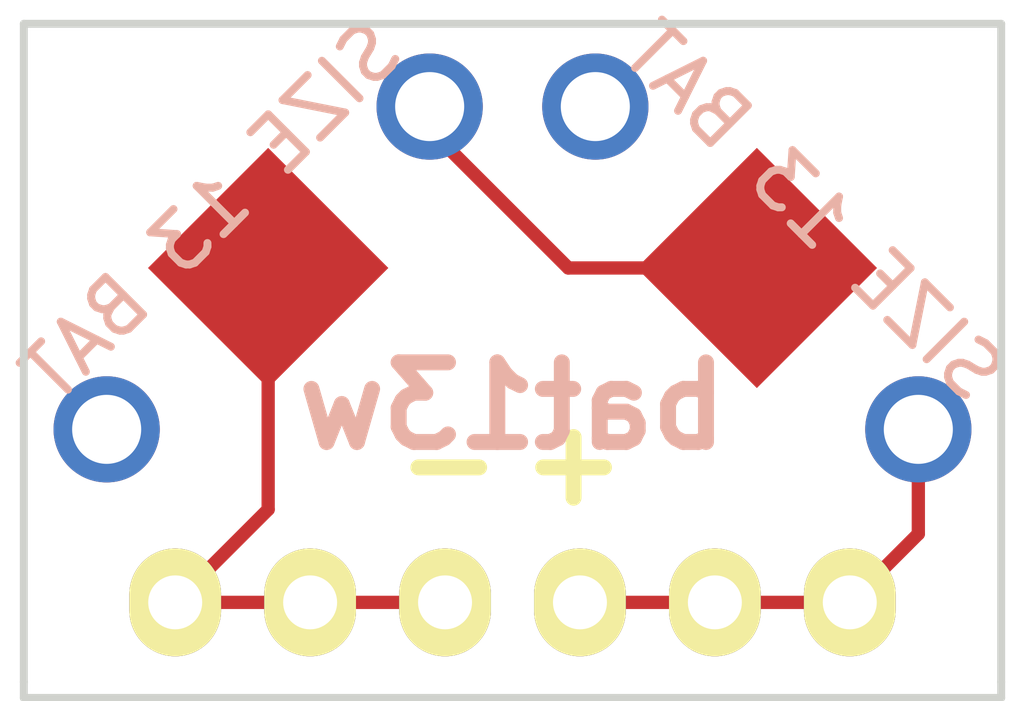
<source format=kicad_pcb>
(kicad_pcb (version 4) (host pcbnew 4.0.7-e2-6376~58~ubuntu16.04.1)

  (general
    (links 0)
    (no_connects 0)
    (area 151.9 80.025 174.1 97.575)
    (thickness 1.6)
    (drawings 9)
    (tracks 10)
    (zones 0)
    (modules 3)
    (nets 1)
  )

  (page A4)
  (layers
    (0 F.Cu signal)
    (31 B.Cu signal)
    (32 B.Adhes user)
    (33 F.Adhes user)
    (34 B.Paste user)
    (35 F.Paste user)
    (36 B.SilkS user)
    (37 F.SilkS user)
    (38 B.Mask user)
    (39 F.Mask user)
    (40 Dwgs.User user)
    (41 Cmts.User user)
    (42 Eco1.User user)
    (43 Eco2.User user)
    (44 Edge.Cuts user)
    (45 Margin user)
    (46 B.CrtYd user)
    (47 F.CrtYd user)
    (48 B.Fab user)
    (49 F.Fab user)
  )

  (setup
    (last_trace_width 0.25)
    (trace_clearance 0.2)
    (zone_clearance 0.508)
    (zone_45_only no)
    (trace_min 0.2)
    (segment_width 0.2)
    (edge_width 0.15)
    (via_size 0.6)
    (via_drill 0.4)
    (via_min_size 0.4)
    (via_min_drill 0.3)
    (uvia_size 0.3)
    (uvia_drill 0.1)
    (uvias_allowed no)
    (uvia_min_size 0.2)
    (uvia_min_drill 0.1)
    (pcb_text_width 0.3)
    (pcb_text_size 1.5 1.5)
    (mod_edge_width 0.15)
    (mod_text_size 1 1)
    (mod_text_width 0.15)
    (pad_size 1.524 1.524)
    (pad_drill 0.762)
    (pad_to_mask_clearance 0.2)
    (aux_axis_origin 0 0)
    (visible_elements FFFFFF7F)
    (pcbplotparams
      (layerselection 0x00030_80000001)
      (usegerberextensions false)
      (excludeedgelayer true)
      (linewidth 0.150000)
      (plotframeref false)
      (viasonmask false)
      (mode 1)
      (useauxorigin false)
      (hpglpennumber 1)
      (hpglpenspeed 20)
      (hpglpendiameter 15)
      (hpglpenoverlay 2)
      (psnegative false)
      (psa4output false)
      (plotreference true)
      (plotvalue true)
      (plotinvisibletext false)
      (padsonsilk false)
      (subtractmaskfromsilk false)
      (outputformat 1)
      (mirror false)
      (drillshape 1)
      (scaleselection 1)
      (outputdirectory ""))
  )

  (net 0 "")

  (net_class Default "This is the default net class."
    (clearance 0.2)
    (trace_width 0.25)
    (via_dia 0.6)
    (via_drill 0.4)
    (uvia_dia 0.3)
    (uvia_drill 0.1)
  )

  (module 00my_modules:Keystone_2989_1x13mm-CoinCell (layer F.Cu) (tedit 5B2EFBED) (tstamp 5B2EF60B)
    (at 167.2 89 315)
    (descr http://www.keyelco.com/product-pdf.cfm?p=778)
    (tags "Keystone type 2989 coin cell retainer")
    (fp_text reference "SIZE 13 BAT" (at 0 -1.5 315) (layer B.SilkS)
      (effects (font (size 1 1) (thickness 0.15)) (justify mirror))
    )
    (fp_text value "" (at 0 7.5 315) (layer F.Fab)
      (effects (font (size 1 1) (thickness 0.15)))
    )
    (fp_circle (center 0 0) (end 0 4.4) (layer Dwgs.User) (width 0.15))
    (pad 1 thru_hole circle (at -4.3 0 315) (size 2 2) (drill 1.3) (layers *.Cu *.Mask))
    (pad 1 thru_hole circle (at 4.3 0 315) (size 2 2) (drill 1.3) (layers *.Cu *.Mask))
    (pad 2 smd rect (at 0 0 315) (size 3.2 3.2) (layers F.Cu F.Mask))
    (model Battery_Holders.3dshapes/Keystone_2989_1x13mm-CoinCell.wrl
      (at (xyz 0 0 0))
      (scale (xyz 1 1 1))
      (rotate (xyz 0 0 0))
    )
  )

  (module 00my_modules:Keystone_2989_1x13mm-CoinCell (layer F.Cu) (tedit 5B2EFBDA) (tstamp 5B2EF61A)
    (at 158 89 45)
    (descr http://www.keyelco.com/product-pdf.cfm?p=778)
    (tags "Keystone type 2989 coin cell retainer")
    (fp_text reference "SIZE 13 BAT" (at 0 -1.5 45) (layer B.SilkS)
      (effects (font (size 1 1) (thickness 0.15)) (justify mirror))
    )
    (fp_text value "" (at 0 7.5 45) (layer F.Fab)
      (effects (font (size 1 1) (thickness 0.15)))
    )
    (fp_circle (center 0 0) (end 0 4.4) (layer Dwgs.User) (width 0.15))
    (pad 1 thru_hole circle (at -4.3 0 45) (size 2 2) (drill 1.3) (layers *.Cu *.Mask))
    (pad 1 thru_hole circle (at 4.3 0 45) (size 2 2) (drill 1.3) (layers *.Cu *.Mask))
    (pad 2 smd rect (at 0 0 45) (size 3.2 3.2) (layers F.Cu F.Mask))
    (model Battery_Holders.3dshapes/Keystone_2989_1x13mm-CoinCell.wrl
      (at (xyz 0 0 0))
      (scale (xyz 1 1 1))
      (rotate (xyz 0 0 0))
    )
  )

  (module 00my_modules:Pin_Header_Straight_1x06 (layer F.Cu) (tedit 0) (tstamp 5B2EFFFA)
    (at 156.25 95.3 90)
    (descr "Through hole pin header")
    (tags "pin header")
    (fp_text reference "" (at 0 -2.4 90) (layer F.SilkS)
      (effects (font (size 0.5 0.5) (thickness 0.01)))
    )
    (fp_text value "" (at 0 -3.1 90) (layer F.Fab)
      (effects (font (size 0.5 0.5) (thickness 0.01)))
    )
    (fp_line (start -1.75 -1.75) (end -1.75 14.45) (layer F.CrtYd) (width 0.05))
    (fp_line (start 1.75 -1.75) (end 1.75 14.45) (layer F.CrtYd) (width 0.05))
    (fp_line (start -1.75 -1.75) (end 1.75 -1.75) (layer F.CrtYd) (width 0.05))
    (fp_line (start -1.75 14.45) (end 1.75 14.45) (layer F.CrtYd) (width 0.05))
    (pad 1 thru_hole oval (at 0 0 90) (size 2.032 1.7272) (drill 1.016) (layers *.Cu *.Mask F.SilkS))
    (pad 2 thru_hole oval (at 0 2.54 90) (size 2.032 1.7272) (drill 1.016) (layers *.Cu *.Mask F.SilkS))
    (pad 3 thru_hole oval (at 0 5.08 90) (size 2.032 1.7272) (drill 1.016) (layers *.Cu *.Mask F.SilkS))
    (pad 4 thru_hole oval (at 0 7.62 90) (size 2.032 1.7272) (drill 1.016) (layers *.Cu *.Mask F.SilkS))
    (pad 5 thru_hole oval (at 0 10.16 90) (size 2.032 1.7272) (drill 1.016) (layers *.Cu *.Mask F.SilkS))
    (pad 6 thru_hole oval (at 0 12.7 90) (size 2.032 1.7272) (drill 1.016) (layers *.Cu *.Mask F.SilkS))
  )

  (gr_line (start 153.4 97.1) (end 153.4 96.8) (angle 90) (layer Edge.Cuts) (width 0.15))
  (gr_line (start 171.8 97.1) (end 153.4 97.1) (angle 90) (layer Edge.Cuts) (width 0.15))
  (gr_line (start 171.8 96.8) (end 171.8 97.1) (angle 90) (layer Edge.Cuts) (width 0.15))
  (gr_text bat13w (at 162.6 91.6) (layer B.SilkS)
    (effects (font (size 1.5 1.5) (thickness 0.3)) (justify mirror))
  )
  (gr_line (start 171.8 84.4) (end 171.8 96.8) (angle 90) (layer Edge.Cuts) (width 0.15))
  (gr_line (start 153.4 84.4) (end 171.8 84.4) (angle 90) (layer Edge.Cuts) (width 0.15))
  (gr_line (start 153.4 96.8) (end 153.4 84.4) (angle 90) (layer Edge.Cuts) (width 0.15))
  (gr_text - (at 161.4 92.65) (layer F.SilkS)
    (effects (font (size 1.5 1.5) (thickness 0.3)))
  )
  (gr_text + (at 163.75 92.65) (layer F.SilkS)
    (effects (font (size 1.5 1.5) (thickness 0.3)))
  )

  (segment (start 161.040559 85.959441) (end 161.040559 86.390559) (width 0.25) (layer F.Cu) (net 0) (status C00000))
  (segment (start 161.040559 86.390559) (end 163.65 89) (width 0.25) (layer F.Cu) (net 0) (tstamp 5B2F0033) (status 400000))
  (segment (start 163.65 89) (end 167.2 89) (width 0.25) (layer F.Cu) (net 0) (tstamp 5B2F0034) (status 800000))
  (segment (start 158 89) (end 158 93.55) (width 0.25) (layer F.Cu) (net 0) (status 400000))
  (segment (start 158 93.55) (end 156.25 95.3) (width 0.25) (layer F.Cu) (net 0) (tstamp 5B2F002D) (status 800000))
  (segment (start 156.25 95.3) (end 158.79 95.3) (width 0.25) (layer F.Cu) (net 0) (tstamp 5B2F002F) (status C00000))
  (segment (start 158.79 95.3) (end 161.33 95.3) (width 0.25) (layer F.Cu) (net 0) (tstamp 5B2F0030) (status C00000))
  (segment (start 170.240559 92.040559) (end 170.240559 94.009441) (width 0.25) (layer F.Cu) (net 0) (status 400000))
  (segment (start 170.240559 94.009441) (end 168.95 95.3) (width 0.25) (layer F.Cu) (net 0) (tstamp 5B2F0027) (status 800000))
  (segment (start 168.95 95.3) (end 163.87 95.3) (width 0.25) (layer F.Cu) (net 0) (tstamp 5B2F0029) (status C00000))

)

</source>
